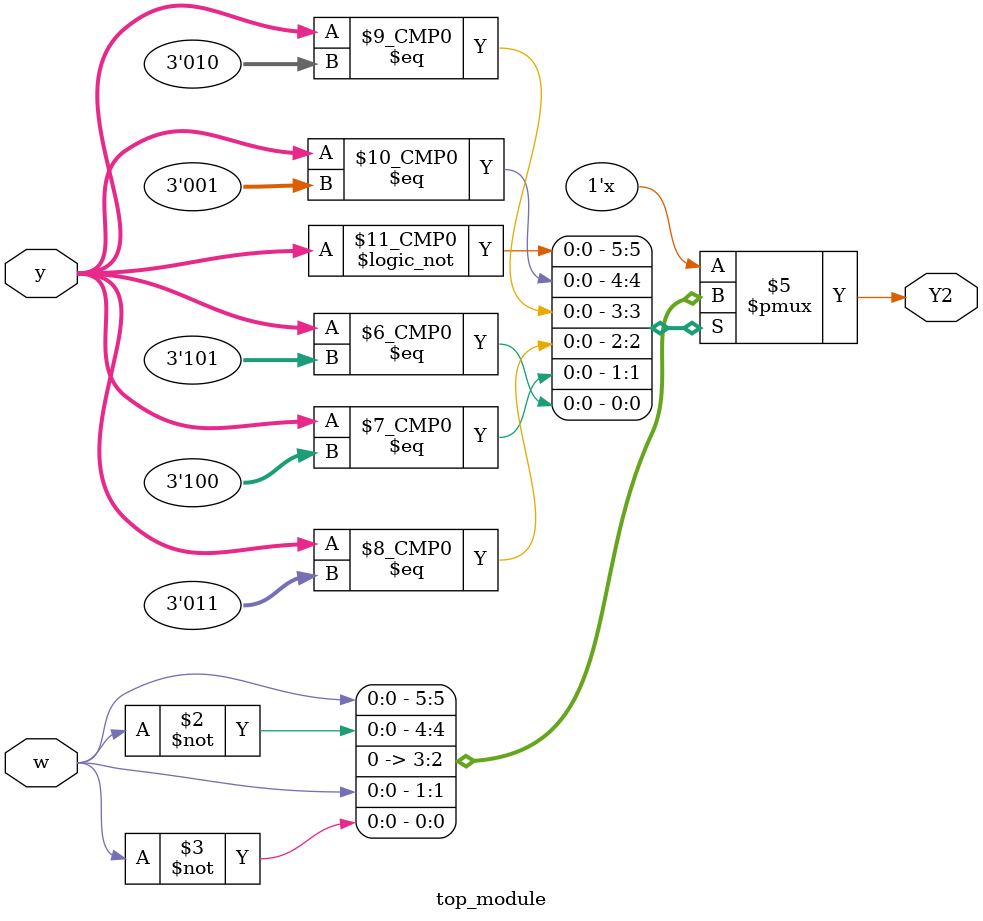
<source format=sv>
module top_module(
    input [3:1] y,
    input w,
    output reg Y2
);

always @(*) begin
    case (y)
        3'b000: Y2 = w;
        3'b001: Y2 = ~w;
        3'b010: Y2 = 1'b0;
        3'b011: Y2 = 1'b0;
        3'b100: Y2 = w;
        3'b101: Y2 = ~w;
    endcase
end

endmodule

</source>
